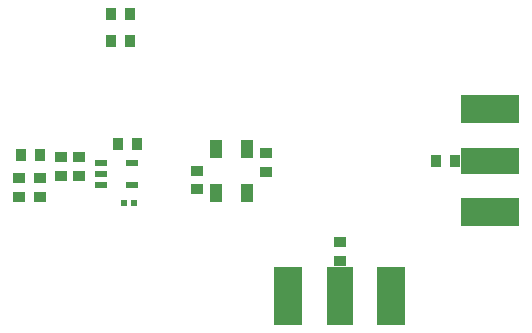
<source format=gtp>
G04 #@! TF.GenerationSoftware,KiCad,Pcbnew,5.1.4-e60b266~84~ubuntu18.04.1*
G04 #@! TF.CreationDate,2019-08-20T22:32:04+01:00*
G04 #@! TF.ProjectId,vctcxo-ref,76637463-786f-42d7-9265-662e6b696361,rev?*
G04 #@! TF.SameCoordinates,Original*
G04 #@! TF.FileFunction,Paste,Top*
G04 #@! TF.FilePolarity,Positive*
%FSLAX46Y46*%
G04 Gerber Fmt 4.6, Leading zero omitted, Abs format (unit mm)*
G04 Created by KiCad (PCBNEW 5.1.4-e60b266~84~ubuntu18.04.1) date 2019-08-20 22:32:04*
%MOMM*%
%LPD*%
G04 APERTURE LIST*
%ADD10R,1.000000X1.500000*%
%ADD11R,1.000000X0.950000*%
%ADD12R,0.620000X0.620000*%
%ADD13R,0.950000X1.000000*%
%ADD14R,1.100000X0.600000*%
%ADD15R,2.300000X5.000000*%
%ADD16R,2.400000X5.000000*%
%ADD17R,5.000000X2.300000*%
%ADD18R,5.000000X2.400000*%
G04 APERTURE END LIST*
D10*
X112746000Y-113289000D03*
X112746000Y-117089000D03*
X115346000Y-117089000D03*
X115346000Y-113289000D03*
D11*
X101155500Y-114008000D03*
X101155500Y-115608000D03*
D12*
X105796500Y-117856000D03*
X104896500Y-117856000D03*
D13*
X106019500Y-112903000D03*
X104419500Y-112903000D03*
D11*
X116967000Y-115290500D03*
X116967000Y-113690500D03*
X111125000Y-116751000D03*
X111125000Y-115151000D03*
D14*
X103030500Y-114493000D03*
X103030500Y-115443000D03*
X103030500Y-116393000D03*
X105630500Y-116393000D03*
X105630500Y-114493000D03*
D15*
X123190000Y-125730000D03*
D16*
X127565000Y-125730000D03*
X118815000Y-125730000D03*
D13*
X132943500Y-114300000D03*
X131343500Y-114300000D03*
D11*
X123190000Y-121183500D03*
X123190000Y-122783500D03*
D17*
X135890000Y-114300000D03*
D18*
X135890000Y-109925000D03*
X135890000Y-118675000D03*
D13*
X103848000Y-101854000D03*
X105448000Y-101854000D03*
X103848000Y-104140000D03*
X105448000Y-104140000D03*
D11*
X96012000Y-115786000D03*
X96012000Y-117386000D03*
X99568000Y-114008000D03*
X99568000Y-115608000D03*
D13*
X96228000Y-113792000D03*
X97828000Y-113792000D03*
D11*
X97790000Y-115786000D03*
X97790000Y-117386000D03*
M02*

</source>
